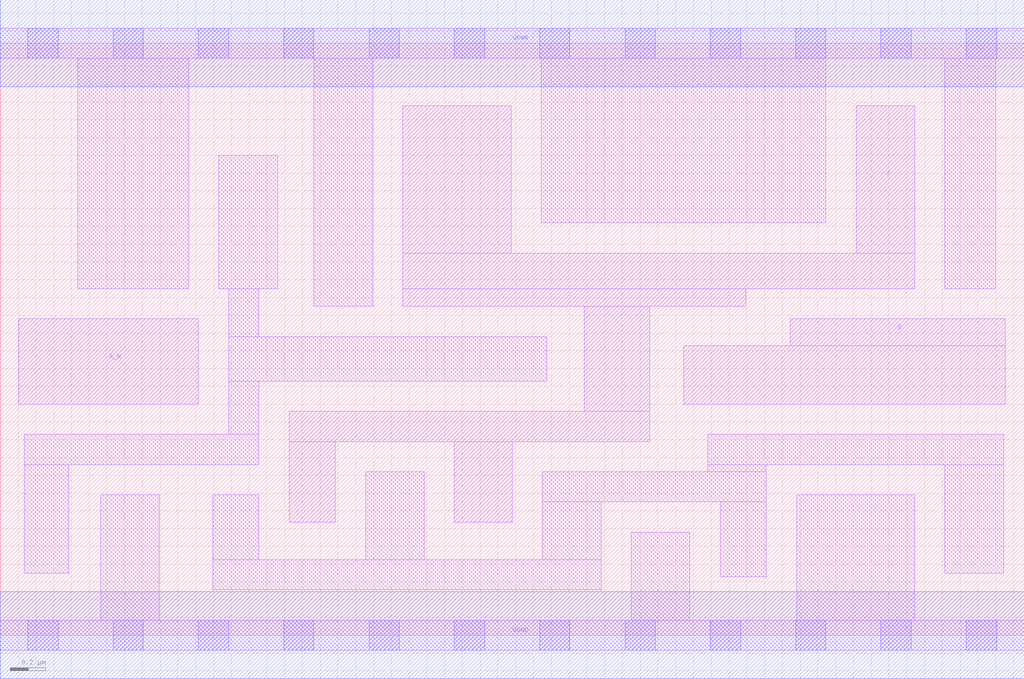
<source format=lef>
# Copyright 2020 The SkyWater PDK Authors
#
# Licensed under the Apache License, Version 2.0 (the "License");
# you may not use this file except in compliance with the License.
# You may obtain a copy of the License at
#
#     https://www.apache.org/licenses/LICENSE-2.0
#
# Unless required by applicable law or agreed to in writing, software
# distributed under the License is distributed on an "AS IS" BASIS,
# WITHOUT WARRANTIES OR CONDITIONS OF ANY KIND, either express or implied.
# See the License for the specific language governing permissions and
# limitations under the License.
#
# SPDX-License-Identifier: Apache-2.0

VERSION 5.7 ;
  NAMESCASESENSITIVE ON ;
  NOWIREEXTENSIONATPIN ON ;
  DIVIDERCHAR "/" ;
  BUSBITCHARS "[]" ;
UNITS
  DATABASE MICRONS 200 ;
END UNITS
MACRO sky130_fd_sc_ms__nand2b_4
  CLASS CORE ;
  FOREIGN sky130_fd_sc_ms__nand2b_4 ;
  ORIGIN  0.000000  0.000000 ;
  SIZE  5.760000 BY  3.330000 ;
  SYMMETRY X Y ;
  SITE unit ;
  PIN A_N
    ANTENNAGATEAREA  0.413400 ;
    DIRECTION INPUT ;
    USE SIGNAL ;
    PORT
      LAYER li1 ;
        RECT 0.105000 1.300000 1.115000 1.780000 ;
    END
  END A_N
  PIN B
    ANTENNAGATEAREA  0.847200 ;
    DIRECTION INPUT ;
    USE SIGNAL ;
    PORT
      LAYER li1 ;
        RECT 3.845000 1.300000 5.655000 1.630000 ;
        RECT 4.445000 1.630000 5.655000 1.780000 ;
    END
  END B
  PIN Y
    ANTENNADIFFAREA  1.567100 ;
    DIRECTION OUTPUT ;
    USE SIGNAL ;
    PORT
      LAYER li1 ;
        RECT 1.625000 0.635000 1.885000 1.090000 ;
        RECT 1.625000 1.090000 3.655000 1.260000 ;
        RECT 2.265000 1.850000 4.195000 1.950000 ;
        RECT 2.265000 1.950000 5.145000 2.150000 ;
        RECT 2.265000 2.150000 2.875000 2.980000 ;
        RECT 2.555000 0.635000 2.880000 1.090000 ;
        RECT 3.285000 1.260000 3.655000 1.850000 ;
        RECT 4.815000 2.150000 5.145000 2.980000 ;
    END
  END Y
  PIN VGND
    DIRECTION INOUT ;
    USE GROUND ;
    PORT
      LAYER met1 ;
        RECT 0.000000 -0.245000 5.760000 0.245000 ;
    END
  END VGND
  PIN VPWR
    DIRECTION INOUT ;
    USE POWER ;
    PORT
      LAYER met1 ;
        RECT 0.000000 3.085000 5.760000 3.575000 ;
    END
  END VPWR
  OBS
    LAYER li1 ;
      RECT 0.000000 -0.085000 5.760000 0.085000 ;
      RECT 0.000000  3.245000 5.760000 3.415000 ;
      RECT 0.135000  0.350000 0.385000 0.960000 ;
      RECT 0.135000  0.960000 1.455000 1.130000 ;
      RECT 0.435000  1.950000 1.060000 3.245000 ;
      RECT 0.565000  0.085000 0.895000 0.790000 ;
      RECT 1.195000  0.255000 3.380000 0.425000 ;
      RECT 1.195000  0.425000 1.455000 0.790000 ;
      RECT 1.230000  1.950000 1.560000 2.700000 ;
      RECT 1.285000  1.130000 1.455000 1.430000 ;
      RECT 1.285000  1.430000 3.075000 1.680000 ;
      RECT 1.285000  1.680000 1.455000 1.950000 ;
      RECT 1.765000  1.850000 2.095000 3.245000 ;
      RECT 2.055000  0.425000 2.385000 0.920000 ;
      RECT 3.045000  2.320000 4.645000 3.245000 ;
      RECT 3.050000  0.425000 3.380000 0.750000 ;
      RECT 3.050000  0.750000 4.310000 0.920000 ;
      RECT 3.550000  0.085000 3.880000 0.580000 ;
      RECT 3.980000  0.920000 4.310000 0.960000 ;
      RECT 3.980000  0.960000 5.645000 1.130000 ;
      RECT 4.050000  0.330000 4.310000 0.750000 ;
      RECT 4.480000  0.085000 5.145000 0.790000 ;
      RECT 5.315000  0.350000 5.645000 0.960000 ;
      RECT 5.315000  1.950000 5.600000 3.245000 ;
    LAYER mcon ;
      RECT 0.155000 -0.085000 0.325000 0.085000 ;
      RECT 0.155000  3.245000 0.325000 3.415000 ;
      RECT 0.635000 -0.085000 0.805000 0.085000 ;
      RECT 0.635000  3.245000 0.805000 3.415000 ;
      RECT 1.115000 -0.085000 1.285000 0.085000 ;
      RECT 1.115000  3.245000 1.285000 3.415000 ;
      RECT 1.595000 -0.085000 1.765000 0.085000 ;
      RECT 1.595000  3.245000 1.765000 3.415000 ;
      RECT 2.075000 -0.085000 2.245000 0.085000 ;
      RECT 2.075000  3.245000 2.245000 3.415000 ;
      RECT 2.555000 -0.085000 2.725000 0.085000 ;
      RECT 2.555000  3.245000 2.725000 3.415000 ;
      RECT 3.035000 -0.085000 3.205000 0.085000 ;
      RECT 3.035000  3.245000 3.205000 3.415000 ;
      RECT 3.515000 -0.085000 3.685000 0.085000 ;
      RECT 3.515000  3.245000 3.685000 3.415000 ;
      RECT 3.995000 -0.085000 4.165000 0.085000 ;
      RECT 3.995000  3.245000 4.165000 3.415000 ;
      RECT 4.475000 -0.085000 4.645000 0.085000 ;
      RECT 4.475000  3.245000 4.645000 3.415000 ;
      RECT 4.955000 -0.085000 5.125000 0.085000 ;
      RECT 4.955000  3.245000 5.125000 3.415000 ;
      RECT 5.435000 -0.085000 5.605000 0.085000 ;
      RECT 5.435000  3.245000 5.605000 3.415000 ;
  END
END sky130_fd_sc_ms__nand2b_4
END LIBRARY

</source>
